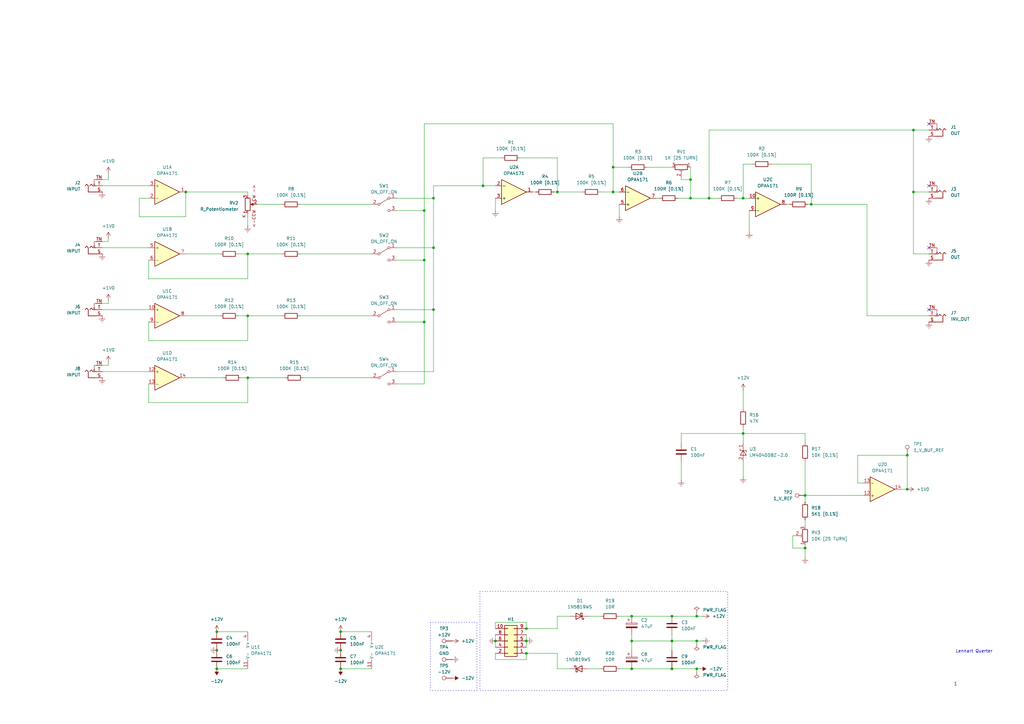
<source format=kicad_sch>
(kicad_sch (version 20250114) (generator "eeschema") (generator_version "9.0")
  (paper "A3")
  (lib_symbols
    (symbol "Amplifier_Operational:TL074" (pin_names (offset 0.127))
      (property "Reference" "U" (at 0 5.08 0))
      (property "Value" "TL074" (at 0 -5.08 0))
      (symbol "TL074_1_1"
        (pin input line (at -7.62 2.54 0) (length 2.54) (name "+") (number "3"))
        (pin input line (at -7.62 -2.54 0) (length 2.54) (name "-") (number "2"))
        (pin output line (at 7.62 0 180) (length 2.54) (name "~") (number "1"))
      )
      (symbol "TL074_2_1"
        (pin input line (at -7.62 2.54 0) (length 2.54) (name "+") (number "5"))
        (pin input line (at -7.62 -2.54 0) (length 2.54) (name "-") (number "6"))
        (pin output line (at 7.62 0 180) (length 2.54) (name "~") (number "7"))
      )
      (symbol "TL074_3_1"
        (pin input line (at -7.62 2.54 0) (length 2.54) (name "+") (number "10"))
        (pin input line (at -7.62 -2.54 0) (length 2.54) (name "-") (number "9"))
        (pin output line (at 7.62 0 180) (length 2.54) (name "~") (number "8"))
      )
      (symbol "TL074_4_1"
        (pin input line (at -7.62 2.54 0) (length 2.54) (name "+") (number "12"))
        (pin input line (at -7.62 -2.54 0) (length 2.54) (name "-") (number "13"))
        (pin output line (at 7.62 0 180) (length 2.54) (name "~") (number "14"))
      )
      (symbol "TL074_5_1"
        (pin power_in line (at -2.54 7.62 270) (length 3.81) (name "V+") (number "4"))
        (pin power_in line (at -2.54 -7.62 90) (length 3.81) (name "V-") (number "11"))
      )
    )
    (symbol "Connector:TestPoint" (pin_numbers (hide yes)) (pin_names (offset 0.762) (hide yes))
      (property "Reference" "TP" (at 0 6.858 0))
      (property "Value" "TestPoint" (at 0 5.08 0))
      (symbol "TestPoint_1_1"
        (pin passive line (at 0 0 90) (length 2.54) (name "1") (number "1"))
      )
    )
    (symbol "Device:C" (pin_numbers (hide yes)) (pin_names (offset 0.254))
      (property "Reference" "C" (at 0.635 2.54 0))
      (property "Value" "C" (at 0.635 -2.54 0))
      (symbol "C_1_1"
        (pin passive line (at 0 3.81 270) (length 2.794) (name "~") (number "1"))
        (pin passive line (at 0 -3.81 90) (length 2.794) (name "~") (number "2"))
      )
    )
    (symbol "Device:C_Polarized" (pin_numbers (hide yes)) (pin_names (offset 0.254))
      (property "Reference" "C" (at 0.635 2.54 0))
      (property "Value" "C_Polarized" (at 0.635 -2.54 0))
      (symbol "C_Polarized_1_1"
        (pin passive line (at 0 3.81 270) (length 2.794) (name "~") (number "1"))
        (pin passive line (at 0 -3.81 90) (length 2.794) (name "~") (number "2"))
      )
    )
    (symbol "Device:R" (pin_numbers (hide yes)) (pin_names (offset 0))
      (property "Reference" "R" (at 2.032 0 90))
      (property "Value" "R" (at 0 0 90))
      (symbol "R_1_1"
        (pin passive line (at 0 3.81 270) (length 1.27) (name "~") (number "1"))
        (pin passive line (at 0 -3.81 90) (length 1.27) (name "~") (number "2"))
      )
    )
    (symbol "Diode:1N5819WS" (pin_numbers (hide yes)) (pin_names (offset 1.016) (hide yes))
      (property "Reference" "D" (at 0 2.54 0))
      (property "Value" "1N5819WS" (at 0 -2.54 0))
      (symbol "1N5819WS_1_1"
        (pin passive line (at -3.81 0 0) (length 2.54) (name "K") (number "1"))
        (pin passive line (at 3.81 0 180) (length 2.54) (name "A") (number "2"))
      )
    )
    (symbol "Reference_Voltage:LM4040DBZ-2.0" (pin_names (offset 0.0254) (hide yes))
      (property "Reference" "U" (at 0 2.54 0))
      (property "Value" "LM4040DBZ-2.0" (at 0 -3.175 0))
      (symbol "LM4040DBZ-2.0_1_1"
        (pin passive line (at -3.81 0 0) (length 2.54) (name "A") (number "2"))
        (pin no_connect line (at -1.27 0 0) (length 2.54) (hide yes) (name "NC") (number "3"))
        (pin passive line (at 3.81 0 180) (length 2.54) (name "K") (number "1"))
      )
    )
    (symbol "power:+12V" (power) (pin_numbers (hide yes)) (pin_names (offset 0) (hide yes))
      (property "Value" "+12V" (at 0 3.556 0))
      (symbol "+12V_1_1"
        (pin power_in line (at 0 0 90) (length 0) (name "~") (number "1"))
      )
    )
    (symbol "power:+1V0" (power) (pin_numbers (hide yes)) (pin_names (offset 0) (hide yes))
      (property "Value" "+1V0" (at 0 3.556 0))
      (symbol "+1V0_1_1"
        (pin power_in line (at 0 0 90) (length 0) (name "~") (number "1"))
      )
    )
    (symbol "power:-12V" (power) (pin_numbers (hide yes)) (pin_names (offset 0) (hide yes))
      (property "Value" "-12V" (at 0 3.556 0))
      (symbol "-12V_0_0"
        (pin power_in line (at 0 0 90) (length 0) (name "~") (number "1"))
      )
    )
    (symbol "power:GNDREF" (power) (pin_numbers (hide yes)) (pin_names (offset 0) (hide yes))
      (property "Value" "GNDREF" (at 0 -3.81 0))
      (symbol "GNDREF_1_1"
        (pin power_in line (at 0 0 270) (length 0) (name "~") (number "1"))
      )
    )
    (symbol "power:PWR_FLAG" (power) (pin_numbers (hide yes)) (pin_names (offset 0) (hide yes))
      (property "Value" "PWR_FLAG" (at 0 3.81 0))
      (symbol "PWR_FLAG_0_0"
        (pin power_out line (at 0 0 90) (length 0) (name "~") (number "1"))
      )
    )
    (symbol "synth:AudioJack_Mono_3.5mm"
      (property "Reference" "J" (at 0 8.89 0))
      (property "Value" "AudioJack_Mono_3.5mm" (at 0 6.35 0))
      (symbol "AudioJack_Mono_3.5mm_1_1"
        (pin passive line (at 5.08 2.54 180) (length 2.54) (name "~") (number "S"))
        (pin passive line (at 5.08 0 180) (length 2.54) (name "~") (number "T"))
        (pin passive line (at 5.08 -2.54 180) (length 2.54) (name "~") (number "TN"))
      )
    )
    (symbol "synth:Conn_02x05_EuroRack_Power" (pin_names (offset 1.016) (hide yes))
      (property "Reference" "H13" (at 0 -11.43 0))
      (property "Value" "Conn_02x05_PWR_Eurorack" (at 0 -8.89 0))
      (symbol "Conn_02x05_EuroRack_Power_1_1"
        (pin passive line (at -6.35 5.08 0) (length 3.81) (name "Pin_1") (number "1"))
        (pin passive line (at -6.35 2.54 0) (length 3.81) (name "Pin_3") (number "3"))
        (pin passive line (at -6.35 0 0) (length 3.81) (name "Pin_5") (number "5"))
        (pin passive line (at -6.35 -2.54 0) (length 3.81) (name "Pin_7") (number "7"))
        (pin passive line (at -6.35 -5.08 0) (length 3.81) (name "Pin_9") (number "9"))
        (pin passive line (at 6.35 5.08 180) (length 3.81) (name "Pin_2") (number "2"))
        (pin passive line (at 6.35 2.54 180) (length 3.81) (name "Pin_4") (number "4"))
        (pin passive line (at 6.35 0 180) (length 3.81) (name "Pin_6") (number "6"))
        (pin passive line (at 6.35 -2.54 180) (length 3.81) (name "Pin_8") (number "8"))
        (pin passive line (at 6.35 -5.08 180) (length 3.81) (name "Pin_10") (number "10"))
      )
    )
    (symbol "synth:R_Potentiometer (P0915N)" (pin_names (offset 1.016) (hide yes))
      (property "Reference" "RV" (at 0 6.604 0))
      (property "Value" "R_Potentiometer" (at 0 4.318 0))
      (symbol "R_Potentiometer (P0915N)_1_1"
        (text "<-CCW" (at -5.842 -2.54 0) (effects (font (size 1.27 1.27))))
        (text "K" (at -4.826 1.524 0) (effects (font (size 1.27 1.27))))
        (text "CW ->" (at 4.572 -2.54 0) (effects (font (size 1.27 1.27))))
        (pin passive line (at -3.81 0 0) (length 1.27) (name "1") (number "1"))
        (pin passive line (at 0 -3.81 90) (length 1.27) (name "2") (number "2"))
        (pin passive line (at 3.81 0 180) (length 1.27) (name "3") (number "3"))
      )
    )
    (symbol "synth:R_Potentiometer_Trim (Bourns)" (pin_names (offset 1.016) (hide yes))
      (property "Reference" "RV" (at -4.445 0 90))
      (property "Value" "R_Potentiometer_Trim (Bourns)" (at -2.54 0 90))
      (symbol "R_Potentiometer_Trim (Bourns)_1_1"
        (pin passive line (at 0 3.81 270) (length 1.27) (name "1") (number "1"))
        (pin passive line (at 0 -3.81 90) (length 1.27) (name "3") (number "3"))
        (pin passive line (at 3.81 0 180) (length 1.27) (name "2") (number "2"))
      )
    )
    (symbol "synth:SW_SPDT" (pin_names (offset 0) (hide yes))
      (property "Reference" "SW" (at 0 5.08 0))
      (property "Value" "SW_SPDT" (at 0 -5.08 0))
      (symbol "SW_SPDT_1_1"
        (pin passive line (at -5.08 0 0) (length 2.54) (name "B") (number "2"))
        (pin passive line (at 5.08 2.54 180) (length 2.54) (name "A") (number "1"))
        (pin passive line (at 5.08 -2.54 180) (length 2.54) (name "C") (number "3"))
      )
    )
  )
  (rectangle (start 176.53 255.27) (end 195.58 283.21) (stroke (width 0.254) (type dot)))
  (rectangle (start 196.85 242.57) (end 298.45 283.21) (stroke (width 0.25) (type dot)))
  (text "Lennart Querter" (at 399.542 267.208 0) (effects (font (size 1.27 1.27))))
  (text "1" (at 391.922 280.67 0) (effects (font (size 1.27 1.27))))
  (junction (at 76.2 78.74))
  (junction (at 88.9 266.7))
  (junction (at 198.12 76.2))
  (junction (at 372.11 200.66))
  (junction (at 259.08 262.89))
  (junction (at 215.9 257.81))
  (junction (at 285.75 274.32))
  (junction (at 283.21 81.28))
  (junction (at 275.59 262.89))
  (junction (at 203.2 262.89))
  (junction (at 285.75 252.73))
  (junction (at 173.99 86.36))
  (junction (at 139.7 266.7))
  (junction (at 283.21 73.66))
  (junction (at 173.99 106.68))
  (junction (at 275.59 274.32))
  (junction (at 177.8 81.28))
  (junction (at 304.8 81.28))
  (junction (at 330.2 203.2))
  (junction (at 374.65 53.34))
  (junction (at 88.9 259.08))
  (junction (at 177.8 101.6))
  (junction (at 259.08 252.73))
  (junction (at 215.9 262.89))
  (junction (at 101.6 104.14))
  (junction (at 177.8 127))
  (junction (at 332.74 83.82))
  (junction (at 304.8 177.8))
  (junction (at 251.46 68.58))
  (junction (at 88.9 274.32))
  (junction (at 251.46 78.74))
  (junction (at 215.9 267.97))
  (junction (at 330.2 224.79))
  (junction (at 228.6 78.74))
  (junction (at 372.11 186.69))
  (junction (at 259.08 274.32))
  (junction (at 285.75 262.89))
  (junction (at 290.83 81.28))
  (junction (at 374.65 78.74))
  (junction (at 139.7 274.32))
  (junction (at 101.6 129.54))
  (junction (at 139.7 259.08))
  (junction (at 275.59 252.73))
  (junction (at 101.6 154.94))
  (junction (at 173.99 132.08))
  (no_connect (at 381 101.6))
  (no_connect (at 381 50.8))
  (no_connect (at 381 127))
  (no_connect (at 381 76.2))
  (wire (pts (xy 279.4 73.66) (xy 279.4 72.39)))
  (wire (pts (xy 228.6 78.74) (xy 227.33 78.74)))
  (wire (pts (xy 215.9 270.51) (xy 215.9 267.97)))
  (wire (pts (xy 123.19 129.54) (xy 152.4 129.54)))
  (wire (pts (xy 238.76 78.74) (xy 228.6 78.74)))
  (wire (pts (xy 44.45 123.19) (xy 44.45 124.46)))
  (wire (pts (xy 203.2 86.36) (xy 203.2 81.28)))
  (wire (pts (xy 41.91 101.6) (xy 60.96 101.6)))
  (wire (pts (xy 162.56 106.68) (xy 173.99 106.68)))
  (wire (pts (xy 307.34 81.28) (xy 304.8 81.28)))
  (wire (pts (xy 228.6 252.73) (xy 233.68 252.73)))
  (wire (pts (xy 381 53.34) (xy 374.65 53.34)))
  (wire (pts (xy 91.44 154.94) (xy 76.2 154.94)))
  (wire (pts (xy 101.6 104.14) (xy 101.6 114.3)))
  (wire (pts (xy 101.6 92.71) (xy 101.6 87.63)))
  (wire (pts (xy 332.74 67.31) (xy 316.23 67.31)))
  (wire (pts (xy 251.46 78.74) (xy 246.38 78.74)))
  (wire (pts (xy 215.9 255.27) (xy 203.2 255.27)))
  (wire (pts (xy 215.9 257.81) (xy 215.9 255.27)))
  (wire (pts (xy 177.8 101.6) (xy 177.8 81.28)))
  (wire (pts (xy 215.9 260.35) (xy 215.9 262.89)))
  (wire (pts (xy 44.45 149.86) (xy 41.91 149.86)))
  (wire (pts (xy 325.12 224.79) (xy 330.2 224.79)))
  (wire (pts (xy 330.2 203.2) (xy 354.33 203.2)))
  (wire (pts (xy 228.6 267.97) (xy 228.6 274.32)))
  (wire (pts (xy 228.6 274.32) (xy 233.68 274.32)))
  (wire (pts (xy 279.4 177.8) (xy 279.4 181.61)))
  (wire (pts (xy 283.21 81.28) (xy 290.83 81.28)))
  (wire (pts (xy 173.99 86.36) (xy 173.99 50.8)))
  (wire (pts (xy 44.45 99.06) (xy 44.45 97.79)))
  (wire (pts (xy 173.99 132.08) (xy 173.99 106.68)))
  (wire (pts (xy 203.2 76.2) (xy 198.12 76.2)))
  (wire (pts (xy 173.99 157.48) (xy 173.99 132.08)))
  (wire (pts (xy 41.91 152.4) (xy 60.96 152.4)))
  (wire (pts (xy 198.12 76.2) (xy 198.12 64.77)))
  (wire (pts (xy 44.45 124.46) (xy 41.91 124.46)))
  (wire (pts (xy 308.61 67.31) (xy 304.8 67.31)))
  (wire (pts (xy 90.17 104.14) (xy 76.2 104.14)))
  (wire (pts (xy 259.08 274.32) (xy 275.59 274.32)))
  (wire (pts (xy 275.59 274.32) (xy 285.75 274.32)))
  (wire (pts (xy 275.59 262.89) (xy 285.75 262.89)))
  (wire (pts (xy 203.2 267.97) (xy 203.2 270.51)))
  (wire (pts (xy 304.8 177.8) (xy 279.4 177.8)))
  (wire (pts (xy 254 88.9) (xy 254 83.82)))
  (wire (pts (xy 101.6 129.54) (xy 101.6 139.7)))
  (wire (pts (xy 241.3 274.32) (xy 246.38 274.32)))
  (wire (pts (xy 215.9 262.89) (xy 215.9 265.43)))
  (wire (pts (xy 304.8 177.8) (xy 304.8 181.61)))
  (wire (pts (xy 283.21 73.66) (xy 279.4 73.66)))
  (wire (pts (xy 60.96 139.7) (xy 60.96 132.08)))
  (wire (pts (xy 101.6 139.7) (xy 60.96 139.7)))
  (wire (pts (xy 283.21 81.28) (xy 283.21 73.66)))
  (wire (pts (xy 259.08 260.35) (xy 259.08 262.89)))
  (wire (pts (xy 332.74 83.82) (xy 331.47 83.82)))
  (wire (pts (xy 101.6 78.74) (xy 76.2 78.74)))
  (wire (pts (xy 351.79 186.69) (xy 372.11 186.69)))
  (wire (pts (xy 173.99 50.8) (xy 251.46 50.8)))
  (wire (pts (xy 254 78.74) (xy 251.46 78.74)))
  (wire (pts (xy 381 104.14) (xy 374.65 104.14)))
  (wire (pts (xy 304.8 81.28) (xy 302.26 81.28)))
  (wire (pts (xy 44.45 148.59) (xy 44.45 149.86)))
  (wire (pts (xy 285.75 274.32) (xy 287.02 274.32)))
  (wire (pts (xy 283.21 68.58) (xy 283.21 73.66)))
  (wire (pts (xy 285.75 264.16) (xy 285.75 262.89)))
  (wire (pts (xy 198.12 64.77) (xy 205.74 64.77)))
  (wire (pts (xy 251.46 50.8) (xy 251.46 68.58)))
  (wire (pts (xy 101.6 154.94) (xy 101.6 165.1)))
  (wire (pts (xy 162.56 81.28) (xy 177.8 81.28)))
  (wire (pts (xy 265.43 68.58) (xy 275.59 68.58)))
  (wire (pts (xy 304.8 177.8) (xy 330.2 177.8)))
  (wire (pts (xy 60.96 81.28) (xy 57.15 81.28)))
  (wire (pts (xy 219.71 78.74) (xy 218.44 78.74)))
  (wire (pts (xy 101.6 165.1) (xy 60.96 165.1)))
  (wire (pts (xy 177.8 81.28) (xy 177.8 76.2)))
  (wire (pts (xy 162.56 132.08) (xy 173.99 132.08)))
  (wire (pts (xy 259.08 252.73) (xy 275.59 252.73)))
  (wire (pts (xy 203.2 260.35) (xy 203.2 262.89)))
  (wire (pts (xy 76.2 88.9) (xy 76.2 78.74)))
  (wire (pts (xy 101.6 154.94) (xy 99.06 154.94)))
  (wire (pts (xy 173.99 106.68) (xy 173.99 86.36)))
  (wire (pts (xy 285.75 262.89) (xy 288.29 262.89)))
  (wire (pts (xy 325.12 219.71) (xy 325.12 224.79)))
  (wire (pts (xy 278.13 81.28) (xy 283.21 81.28)))
  (wire (pts (xy 355.6 129.54) (xy 381 129.54)))
  (wire (pts (xy 290.83 53.34) (xy 374.65 53.34)))
  (wire (pts (xy 330.2 189.23) (xy 330.2 203.2)))
  (wire (pts (xy 323.85 83.82) (xy 322.58 83.82)))
  (wire (pts (xy 152.4 83.82) (xy 123.19 83.82)))
  (wire (pts (xy 162.56 157.48) (xy 173.99 157.48)))
  (wire (pts (xy 177.8 76.2) (xy 198.12 76.2)))
  (wire (pts (xy 41.91 99.06) (xy 44.45 99.06)))
  (wire (pts (xy 60.96 114.3) (xy 60.96 106.68)))
  (wire (pts (xy 88.9 274.32) (xy 101.6 274.32)))
  (wire (pts (xy 279.4 196.85) (xy 279.4 189.23)))
  (wire (pts (xy 228.6 252.73) (xy 228.6 257.81)))
  (wire (pts (xy 162.56 101.6) (xy 177.8 101.6)))
  (wire (pts (xy 90.17 129.54) (xy 76.2 129.54)))
  (wire (pts (xy 123.19 104.14) (xy 152.4 104.14)))
  (wire (pts (xy 241.3 252.73) (xy 246.38 252.73)))
  (wire (pts (xy 139.7 259.08) (xy 152.4 259.08)))
  (wire (pts (xy 259.08 262.89) (xy 259.08 266.7)))
  (wire (pts (xy 215.9 267.97) (xy 228.6 267.97)))
  (wire (pts (xy 44.45 73.66) (xy 41.91 73.66)))
  (wire (pts (xy 228.6 64.77) (xy 228.6 78.74)))
  (wire (pts (xy 351.79 198.12) (xy 351.79 186.69)))
  (wire (pts (xy 374.65 78.74) (xy 381 78.74)))
  (wire (pts (xy 254 274.32) (xy 259.08 274.32)))
  (wire (pts (xy 57.15 88.9) (xy 76.2 88.9)))
  (wire (pts (xy 275.59 252.73) (xy 285.75 252.73)))
  (wire (pts (xy 325.12 219.71) (xy 326.39 219.71)))
  (wire (pts (xy 254 252.73) (xy 259.08 252.73)))
  (wire (pts (xy 372.11 186.69) (xy 372.11 200.66)))
  (wire (pts (xy 162.56 152.4) (xy 177.8 152.4)))
  (wire (pts (xy 101.6 104.14) (xy 115.57 104.14)))
  (wire (pts (xy 57.15 81.28) (xy 57.15 88.9)))
  (wire (pts (xy 285.75 275.59) (xy 285.75 274.32)))
  (wire (pts (xy 285.75 252.73) (xy 288.29 252.73)))
  (wire (pts (xy 162.56 86.36) (xy 173.99 86.36)))
  (wire (pts (xy 203.2 262.89) (xy 203.2 265.43)))
  (wire (pts (xy 203.2 270.51) (xy 215.9 270.51)))
  (wire (pts (xy 304.8 167.64) (xy 304.8 160.02)))
  (wire (pts (xy 374.65 104.14) (xy 374.65 78.74)))
  (wire (pts (xy 332.74 83.82) (xy 332.74 67.31)))
  (wire (pts (xy 330.2 177.8) (xy 330.2 181.61)))
  (wire (pts (xy 372.11 200.66) (xy 369.57 200.66)))
  (wire (pts (xy 290.83 81.28) (xy 294.64 81.28)))
  (wire (pts (xy 259.08 262.89) (xy 275.59 262.89)))
  (wire (pts (xy 41.91 127) (xy 60.96 127)))
  (wire (pts (xy 213.36 64.77) (xy 228.6 64.77)))
  (wire (pts (xy 275.59 262.89) (xy 275.59 266.7)))
  (wire (pts (xy 228.6 257.81) (xy 215.9 257.81)))
  (wire (pts (xy 101.6 129.54) (xy 97.79 129.54)))
  (wire (pts (xy 275.59 260.35) (xy 275.59 262.89)))
  (wire (pts (xy 41.91 76.2) (xy 60.96 76.2)))
  (wire (pts (xy 355.6 83.82) (xy 355.6 129.54)))
  (wire (pts (xy 332.74 83.82) (xy 355.6 83.82)))
  (wire (pts (xy 101.6 114.3) (xy 60.96 114.3)))
  (wire (pts (xy 304.8 189.23) (xy 304.8 195.58)))
  (wire (pts (xy 44.45 71.12) (xy 44.45 73.66)))
  (wire (pts (xy 374.65 53.34) (xy 374.65 78.74)))
  (wire (pts (xy 101.6 154.94) (xy 116.84 154.94)))
  (wire (pts (xy 257.81 68.58) (xy 251.46 68.58)))
  (wire (pts (xy 304.8 175.26) (xy 304.8 177.8)))
  (wire (pts (xy 101.6 129.54) (xy 115.57 129.54)))
  (wire (pts (xy 354.33 198.12) (xy 351.79 198.12)))
  (wire (pts (xy 330.2 224.79) (xy 330.2 228.6)))
  (wire (pts (xy 139.7 274.32) (xy 152.4 274.32)))
  (wire (pts (xy 330.2 203.2) (xy 330.2 205.74)))
  (wire (pts (xy 162.56 127) (xy 177.8 127)))
  (wire (pts (xy 307.34 95.25) (xy 307.34 86.36)))
  (wire (pts (xy 177.8 127) (xy 177.8 101.6)))
  (wire (pts (xy 115.57 83.82) (xy 105.41 83.82)))
  (wire (pts (xy 330.2 213.36) (xy 330.2 215.9)))
  (wire (pts (xy 290.83 81.28) (xy 290.83 53.34)))
  (wire (pts (xy 203.2 255.27) (xy 203.2 257.81)))
  (wire (pts (xy 101.6 80.01) (xy 101.6 78.74)))
  (wire (pts (xy 269.24 81.28) (xy 270.51 81.28)))
  (wire (pts (xy 177.8 152.4) (xy 177.8 127)))
  (wire (pts (xy 251.46 68.58) (xy 251.46 78.74)))
  (wire (pts (xy 60.96 165.1) (xy 60.96 157.48)))
  (wire (pts (xy 124.46 154.94) (xy 152.4 154.94)))
  (wire (pts (xy 88.9 259.08) (xy 101.6 259.08)))
  (wire (pts (xy 304.8 67.31) (xy 304.8 81.28)))
  (wire (pts (xy 101.6 104.14) (xy 97.79 104.14)))
  (wire (pts (xy 285.75 251.46) (xy 285.75 252.73)))
  (wire (pts (xy 330.2 224.79) (xy 330.2 223.52)))
  (symbol (lib_id "power:GNDREF") (at 381 106.68 0) (unit 1)
    (property "Reference" "#PWR011" (effects (hide yes)))
    (property "Value" "GNDREF" (effects (hide yes)))
    (property "Description" "Power symbol creates a global label with name \"GNDREF\" , reference supply ground" (effects (hide yes)))
  )
  (symbol (lib_id "Amplifier_Operational:TL074") (at 154.94 266.7 0) (unit 5)
    (property "Reference" "U2" (at 153.67 265.4299 0) (effects (justify left)))
    (property "Value" "OPA4171" (at 153.67 267.9699 0) (effects (justify left)))
    (property "Footprint" "Synth:SOIC-14" (effects (hide yes)))
    (property "Datasheet" "http://www.ti.com/lit/ds/symlink/tl071.pdf" (effects (hide yes)))
    (property "Description" "Quad Low-Noise JFET-Input Operational Amplifiers, DIP-14/SOIC-14" (effects (hide yes)))
  )
  (symbol (lib_id "Amplifier_Operational:TL074") (at 68.58 78.74 0) (unit 1)
    (property "Reference" "U1" (at 68.58 68.58 0))
    (property "Value" "OPA4171" (at 68.58 71.12 0))
    (property "Footprint" "Synth:SOIC-14" (effects (hide yes)))
    (property "Datasheet" "http://www.ti.com/lit/ds/symlink/tl071.pdf" (effects (hide yes)))
    (property "Description" "Quad Low-Noise JFET-Input Operational Amplifiers, DIP-14/SOIC-14" (effects (hide yes)))
  )
  (symbol (lib_id "Amplifier_Operational:TL074") (at 261.62 81.28 0) (mirror x) (unit 2)
    (property "Reference" "U2" (at 261.62 71.12 0))
    (property "Value" "OPA4171" (at 261.62 73.66 0))
    (property "Footprint" "Synth:SOIC-14" (effects (hide yes)))
    (property "Datasheet" "http://www.ti.com/lit/ds/symlink/tl071.pdf" (effects (hide yes)))
    (property "Description" "Quad Low-Noise JFET-Input Operational Amplifiers, DIP-14/SOIC-14" (effects (hide yes)))
  )
  (symbol (lib_id "Device:R") (at 261.62 68.58 90) (unit 1)
    (property "Reference" "R3" (at 261.62 62.23 90))
    (property "Value" "100K [0.1%]" (at 261.62 64.77 90))
    (property "Footprint" "Resistor_SMD:R_0805_2012Metric_Pad1.20x1.40mm_HandSolder" (effects (hide yes)))
    (property "Description" "Resistor" (effects (hide yes)))
  )
  (symbol (lib_id "power:+1V0") (at 372.11 200.66 270) (unit 1)
    (property "Reference" "#PWR020" (effects (hide yes)))
    (property "Value" "+1V0" (at 375.92 200.6599 90) (effects (justify left)))
    (property "Description" "Power symbol creates a global label with name \"+1V0\"" (effects (hide yes)))
  )
  (symbol (lib_id "power:GNDREF") (at 41.91 129.54 0) (unit 1)
    (property "Reference" "#PWR013" (effects (hide yes)))
    (property "Value" "GNDREF" (effects (hide yes)))
    (property "Description" "Power symbol creates a global label with name \"GNDREF\" , reference supply ground" (effects (hide yes)))
  )
  (symbol (lib_id "power:-12V") (at 287.02 274.32 270) (unit 1)
    (property "Reference" "#PWR034" (effects (hide yes)))
    (property "Value" "-12V" (at 290.83 274.3199 90) (effects (justify left)))
    (property "Description" "Power symbol creates a global label with name \"-12V\"" (effects (hide yes)))
  )
  (symbol (lib_id "Device:C") (at 88.9 270.51 0) (unit 1)
    (property "Reference" "C6" (at 92.71 269.2399 0) (effects (justify left)))
    (property "Value" "100nF" (at 92.71 271.7799 0) (effects (justify left)))
    (property "Footprint" "Capacitor_SMD:C_0805_2012Metric_Pad1.18x1.45mm_HandSolder" (effects (hide yes)))
    (property "Description" "Unpolarized capacitor" (effects (hide yes)))
  )
  (symbol (lib_id "synth:SW_SPDT") (at 157.48 154.94 0) (unit 1)
    (property "Reference" "SW4" (at 157.48 147.32 0))
    (property "Value" "ON_OFF_ON" (at 157.48 149.86 0))
    (property "Footprint" "Synth:SW_default" (effects (hide yes)))
    (property "Description" "Switch, single pole double throw" (effects (hide yes)))
  )
  (symbol (lib_id "Device:R") (at 330.2 209.55 0) (unit 1)
    (property "Reference" "R18" (at 332.74 208.2799 0) (effects (justify left)))
    (property "Value" "5K1 [0.1%]" (at 332.74 210.8199 0) (effects (justify left)))
    (property "Footprint" "Resistor_SMD:R_0805_2012Metric_Pad1.20x1.40mm_HandSolder" (effects (hide yes)))
    (property "Description" "Resistor" (effects (hide yes)))
  )
  (symbol (lib_id "Device:C") (at 275.59 270.51 0) (unit 1)
    (property "Reference" "C9" (at 279.4 269.2399 0) (effects (justify left)))
    (property "Value" "100nF" (at 279.4 271.7799 0) (effects (justify left)))
    (property "Footprint" "Capacitor_SMD:C_0805_2012Metric_Pad1.18x1.45mm_HandSolder" (effects (hide yes)))
    (property "Description" "Unpolarized capacitor" (effects (hide yes)))
  )
  (symbol (lib_id "power:GNDREF") (at 139.7 266.7 270) (unit 1)
    (property "Reference" "#PWR030" (effects (hide yes)))
    (property "Value" "GNDREF" (effects (hide yes)))
    (property "Description" "Power symbol creates a global label with name \"GNDREF\" , reference supply ground" (effects (hide yes)))
  )
  (symbol (lib_id "Device:C") (at 139.7 262.89 0) (unit 1)
    (property "Reference" "C5" (at 143.51 261.6199 0) (effects (justify left)))
    (property "Value" "100nF" (at 143.51 264.1599 0) (effects (justify left)))
    (property "Footprint" "Capacitor_SMD:C_0805_2012Metric_Pad1.18x1.45mm_HandSolder" (effects (hide yes)))
    (property "Description" "Unpolarized capacitor" (effects (hide yes)))
  )
  (symbol (lib_id "Device:R") (at 119.38 104.14 90) (unit 1)
    (property "Reference" "R11" (at 119.38 97.79 90))
    (property "Value" "100K [0.1%]" (at 119.38 100.33 90))
    (property "Footprint" "Resistor_SMD:R_0805_2012Metric_Pad1.20x1.40mm_HandSolder" (effects (hide yes)))
    (property "Description" "Resistor" (effects (hide yes)))
  )
  (symbol (lib_id "Device:R") (at 209.55 64.77 90) (unit 1)
    (property "Reference" "R1" (at 209.55 58.42 90))
    (property "Value" "100K [0.1%]" (at 209.55 60.96 90))
    (property "Footprint" "Resistor_SMD:R_0805_2012Metric_Pad1.20x1.40mm_HandSolder" (effects (hide yes)))
    (property "Description" "Resistor" (effects (hide yes)))
  )
  (symbol (lib_id "Amplifier_Operational:TL074") (at 210.82 78.74 0) (mirror x) (unit 1)
    (property "Reference" "U2" (at 210.82 68.58 0))
    (property "Value" "OPA4171" (at 210.82 71.12 0))
    (property "Footprint" "Synth:SOIC-14" (effects (hide yes)))
    (property "Datasheet" "http://www.ti.com/lit/ds/symlink/tl071.pdf" (effects (hide yes)))
    (property "Description" "Quad Low-Noise JFET-Input Operational Amplifiers, DIP-14/SOIC-14" (effects (hide yes)))
  )
  (symbol (lib_id "power:+12V") (at 88.9 259.08 0) (unit 1)
    (property "Reference" "#PWR023" (effects (hide yes)))
    (property "Value" "+12V" (at 88.9 254 0))
    (property "Description" "Power symbol creates a global label with name \"+12V\"" (effects (hide yes)))
  )
  (symbol (lib_id "synth:SW_SPDT") (at 157.48 83.82 0) (unit 1)
    (property "Reference" "SW1" (at 157.48 76.2 0))
    (property "Value" "ON_OFF_ON" (at 157.48 78.74 0))
    (property "Footprint" "Synth:SW_default" (effects (hide yes)))
    (property "Description" "Switch, single pole double throw" (effects (hide yes)))
  )
  (symbol (lib_id "power:GNDREF") (at 254 88.9 0) (unit 1)
    (property "Reference" "#PWR06" (effects (hide yes)))
    (property "Value" "GNDREF" (effects (hide yes)))
    (property "Description" "Power symbol creates a global label with name \"GNDREF\" , reference supply ground" (effects (hide yes)))
  )
  (symbol (lib_id "Device:R") (at 250.19 274.32 90) (unit 1)
    (property "Reference" "R20" (at 250.19 267.97 90))
    (property "Value" "10R" (at 250.19 270.51 90))
    (property "Footprint" "Resistor_SMD:R_0805_2012Metric_Pad1.20x1.40mm_HandSolder" (effects (hide yes)))
    (property "Description" "Resistor" (effects (hide yes)))
  )
  (symbol (lib_id "power:PWR_FLAG") (at 285.75 251.46 0) (unit 1) (exclude_from_sim yes) (in_bom no)
    (property "Reference" "#FLG01" (effects (hide yes)))
    (property "Value" "PWR_FLAG" (at 288.29 250.1899 0) (effects (justify left)))
    (property "Description" "Special symbol for telling ERC where power comes from" (effects (hide yes)))
  )
  (symbol (lib_id "Amplifier_Operational:TL074") (at 104.14 266.7 0) (unit 5)
    (property "Reference" "U1" (at 102.87 265.4299 0) (effects (justify left)))
    (property "Value" "OPA4171" (at 102.87 267.9699 0) (effects (justify left)))
    (property "Footprint" "Synth:SOIC-14" (effects (hide yes)))
    (property "Datasheet" "http://www.ti.com/lit/ds/symlink/tl071.pdf" (effects (hide yes)))
    (property "Description" "Quad Low-Noise JFET-Input Operational Amplifiers, DIP-14/SOIC-14" (effects (hide yes)))
  )
  (symbol (lib_id "synth:SW_SPDT") (at 157.48 104.14 0) (unit 1)
    (property "Reference" "SW2" (at 157.48 96.52 0))
    (property "Value" "ON_OFF_ON" (at 157.48 99.06 0))
    (property "Footprint" "Synth:SW_default" (effects (hide yes)))
    (property "Description" "Switch, single pole double throw" (effects (hide yes)))
  )
  (symbol (lib_id "power:GNDREF") (at 279.4 196.85 0) (unit 1)
    (property "Reference" "#PWR019" (effects (hide yes)))
    (property "Value" "GNDREF" (effects (hide yes)))
    (property "Description" "Power symbol creates a global label with name \"GNDREF\" , reference supply ground" (effects (hide yes)))
  )
  (symbol (lib_id "Connector:TestPoint") (at 185.42 262.89 90) (unit 1) (in_bom no)
    (property "Reference" "TP3" (at 182.118 257.81 90))
    (property "Value" "+12V" (at 182.118 260.35 90))
    (property "Footprint" "Connector_Pin:Pin_D1.0mm_L10.0mm" (effects (hide yes)))
    (property "Description" "test point" (effects (hide yes)))
  )
  (symbol (lib_id "power:PWR_FLAG") (at 285.75 264.16 180) (unit 1) (exclude_from_sim yes) (in_bom no)
    (property "Reference" "#FLG02" (effects (hide yes)))
    (property "Value" "PWR_FLAG" (at 288.29 265.4299 0) (effects (justify right)))
    (property "Description" "Special symbol for telling ERC where power comes from" (effects (hide yes)))
  )
  (symbol (lib_id "Device:C_Polarized") (at 259.08 270.51 0) (unit 1)
    (property "Reference" "C8" (at 262.89 268.3509 0) (effects (justify left)))
    (property "Value" "47uF" (at 262.89 270.8909 0) (effects (justify left)))
    (property "Footprint" "Capacitor_THT:CP_Radial_D6.3mm_P2.50mm" (effects (hide yes)))
    (property "Description" "Polarized capacitor" (effects (hide yes)))
  )
  (symbol (lib_id "Device:R") (at 223.52 78.74 90) (unit 1)
    (property "Reference" "R4" (at 223.52 72.39 90))
    (property "Value" "100R [0.1%]" (at 223.52 74.93 90))
    (property "Footprint" "Resistor_SMD:R_0805_2012Metric_Pad1.20x1.40mm_HandSolder" (effects (hide yes)))
    (property "Description" "Resistor" (effects (hide yes)))
  )
  (symbol (lib_id "power:GNDREF") (at 288.29 262.89 90) (unit 1)
    (property "Reference" "#PWR028" (effects (hide yes)))
    (property "Value" "GNDREF" (effects (hide yes)))
    (property "Description" "Power symbol creates a global label with name \"GNDREF\" , reference supply ground" (effects (hide yes)))
  )
  (symbol (lib_id "Amplifier_Operational:TL074") (at 68.58 104.14 0) (unit 2)
    (property "Reference" "U1" (at 68.58 93.98 0))
    (property "Value" "OPA4171" (at 68.58 96.52 0))
    (property "Footprint" "Synth:SOIC-14" (effects (hide yes)))
    (property "Datasheet" "http://www.ti.com/lit/ds/symlink/tl071.pdf" (effects (hide yes)))
    (property "Description" "Quad Low-Noise JFET-Input Operational Amplifiers, DIP-14/SOIC-14" (effects (hide yes)))
  )
  (symbol (lib_id "power:GNDREF") (at 41.91 104.14 0) (unit 1)
    (property "Reference" "#PWR010" (effects (hide yes)))
    (property "Value" "GNDREF" (effects (hide yes)))
    (property "Description" "Power symbol creates a global label with name \"GNDREF\" , reference supply ground" (effects (hide yes)))
  )
  (symbol (lib_id "Connector:TestPoint") (at 330.2 203.2 90) (unit 1) (in_bom no)
    (property "Reference" "TP2" (at 325.12 201.9299 90) (effects (justify left)))
    (property "Value" "1_V_REF" (at 325.12 204.4699 90) (effects (justify left)))
    (property "Footprint" "TestPoint:TestPoint_THTPad_D1.5mm_Drill0.7mm" (effects (hide yes)))
    (property "Description" "test point" (effects (hide yes)))
  )
  (symbol (lib_id "Device:R") (at 327.66 83.82 90) (unit 1)
    (property "Reference" "R9" (at 327.66 77.47 90))
    (property "Value" "100R [0.1%]" (at 327.66 80.01 90))
    (property "Footprint" "Resistor_SMD:R_0805_2012Metric_Pad1.20x1.40mm_HandSolder" (effects (hide yes)))
    (property "Description" "Resistor" (effects (hide yes)))
  )
  (symbol (lib_id "Device:R") (at 93.98 104.14 90) (unit 1)
    (property "Reference" "R10" (at 93.98 97.79 90))
    (property "Value" "100R [0.1%]" (at 93.98 100.33 90))
    (property "Footprint" "Resistor_SMD:R_0805_2012Metric_Pad1.20x1.40mm_HandSolder" (effects (hide yes)))
    (property "Description" "Resistor" (effects (hide yes)))
  )
  (symbol (lib_id "Amplifier_Operational:TL074") (at 314.96 83.82 0) (unit 3)
    (property "Reference" "U2" (at 314.96 73.66 0))
    (property "Value" "OPA4171" (at 314.96 76.2 0))
    (property "Footprint" "Synth:SOIC-14" (effects (hide yes)))
    (property "Datasheet" "http://www.ti.com/lit/ds/symlink/tl071.pdf" (effects (hide yes)))
    (property "Description" "Quad Low-Noise JFET-Input Operational Amplifiers, DIP-14/SOIC-14" (effects (hide yes)))
  )
  (symbol (lib_id "power:GNDREF") (at 41.91 154.94 0) (unit 1)
    (property "Reference" "#PWR016" (effects (hide yes)))
    (property "Value" "GNDREF" (effects (hide yes)))
    (property "Description" "Power symbol creates a global label with name \"GNDREF\" , reference supply ground" (effects (hide yes)))
  )
  (symbol (lib_id "synth:Conn_02x05_EuroRack_Power") (at 209.55 262.89 180) (unit 1)
    (property "Reference" "H1" (at 209.55 254 0))
    (property "Value" "Conn_02x05_PWR_Eurorack" (effects (hide yes)))
    (property "Footprint" "Synth:IDC-Header_2x05_P2.54mm_Vertical" (effects (hide yes)))
  )
  (symbol (lib_id "synth:AudioJack_Mono_3.5mm") (at 36.83 76.2 0) (mirror x) (unit 1)
    (property "Reference" "J2" (at 33.02 74.9934 0) (effects (justify right)))
    (property "Value" "INPUT" (at 33.02 77.5334 0) (effects (justify right)))
    (property "Footprint" "Synth:Jack_3.5mm_QingPu_WQP-PJ398SM_Vertical_CircularHoles" (effects (hide yes)))
    (property "Description" "Audio Jack, 2 Poles (Mono / TS), Switched T Pole (Normalling)" (effects (hide yes)))
  )
  (symbol (lib_id "Device:R") (at 312.42 67.31 90) (unit 1)
    (property "Reference" "R2" (at 312.42 60.96 90))
    (property "Value" "100K [0.1%]" (at 312.42 63.5 90))
    (property "Footprint" "Resistor_SMD:R_0805_2012Metric_Pad1.20x1.40mm_HandSolder" (effects (hide yes)))
    (property "Description" "Resistor" (effects (hide yes)))
  )
  (symbol (lib_id "Device:R") (at 120.65 154.94 90) (unit 1)
    (property "Reference" "R15" (at 120.65 148.59 90))
    (property "Value" "100K [0.1%]" (at 120.65 151.13 90))
    (property "Footprint" "Resistor_SMD:R_0805_2012Metric_Pad1.20x1.40mm_HandSolder" (effects (hide yes)))
    (property "Description" "Resistor" (effects (hide yes)))
  )
  (symbol (lib_id "Device:C") (at 88.9 262.89 0) (unit 1)
    (property "Reference" "C4" (at 92.71 261.6199 0) (effects (justify left)))
    (property "Value" "100nF" (at 92.71 264.1599 0) (effects (justify left)))
    (property "Footprint" "Capacitor_SMD:C_0805_2012Metric_Pad1.18x1.45mm_HandSolder" (effects (hide yes)))
    (property "Description" "Unpolarized capacitor" (effects (hide yes)))
  )
  (symbol (lib_id "Device:C_Polarized") (at 259.08 256.54 0) (unit 1)
    (property "Reference" "C2" (at 262.89 254.3809 0) (effects (justify left)))
    (property "Value" "47uF" (at 262.89 256.9209 0) (effects (justify left)))
    (property "Footprint" "Capacitor_THT:CP_Radial_D6.3mm_P2.50mm" (effects (hide yes)))
    (property "Description" "Polarized capacitor" (effects (hide yes)))
  )
  (symbol (lib_id "power:GNDREF") (at 88.9 266.7 270) (unit 1)
    (property "Reference" "#PWR029" (effects (hide yes)))
    (property "Value" "GNDREF" (effects (hide yes)))
    (property "Description" "Power symbol creates a global label with name \"GNDREF\" , reference supply ground" (effects (hide yes)))
  )
  (symbol (lib_id "power:GNDREF") (at 215.9 262.89 90) (unit 1)
    (property "Reference" "#PWR027" (effects (hide yes)))
    (property "Value" "GNDREF" (effects (hide yes)))
    (property "Description" "Power symbol creates a global label with name \"GNDREF\" , reference supply ground" (effects (hide yes)))
  )
  (symbol (lib_id "power:GNDREF") (at 307.34 95.25 0) (unit 1)
    (property "Reference" "#PWR08" (effects (hide yes)))
    (property "Value" "GNDREF" (effects (hide yes)))
    (property "Description" "Power symbol creates a global label with name \"GNDREF\" , reference supply ground" (effects (hide yes)))
  )
  (symbol (lib_id "Device:R") (at 304.8 171.45 180) (unit 1)
    (property "Reference" "R16" (at 307.34 170.1799 0) (effects (justify right)))
    (property "Value" "47K" (at 307.34 172.7199 0) (effects (justify right)))
    (property "Footprint" "Resistor_SMD:R_0805_2012Metric_Pad1.20x1.40mm_HandSolder" (effects (hide yes)))
    (property "Description" "Resistor" (effects (hide yes)))
  )
  (symbol (lib_id "Device:R") (at 119.38 83.82 90) (unit 1)
    (property "Reference" "R8" (at 119.38 77.47 90))
    (property "Value" "100K [0.1%]" (at 119.38 80.01 90))
    (property "Footprint" "Resistor_SMD:R_0805_2012Metric_Pad1.20x1.40mm_HandSolder" (effects (hide yes)))
    (property "Description" "Resistor" (effects (hide yes)))
  )
  (symbol (lib_id "power:GNDREF") (at 185.42 270.51 90) (unit 1)
    (property "Reference" "#PWR031" (effects (hide yes)))
    (property "Value" "GNDREF" (effects (hide yes)))
    (property "Description" "Power symbol creates a global label with name \"GNDREF\" , reference supply ground" (effects (hide yes)))
  )
  (symbol (lib_id "power:GNDREF") (at 381 132.08 0) (unit 1)
    (property "Reference" "#PWR014" (effects (hide yes)))
    (property "Value" "GNDREF" (effects (hide yes)))
    (property "Description" "Power symbol creates a global label with name \"GNDREF\" , reference supply ground" (effects (hide yes)))
  )
  (symbol (lib_id "synth:SW_SPDT") (at 157.48 129.54 0) (unit 1)
    (property "Reference" "SW3" (at 157.48 121.92 0))
    (property "Value" "ON_OFF_ON" (at 157.48 124.46 0))
    (property "Footprint" "Synth:SW_default" (effects (hide yes)))
    (property "Description" "Switch, single pole double throw" (effects (hide yes)))
  )
  (symbol (lib_id "Amplifier_Operational:TL074") (at 68.58 154.94 0) (unit 4)
    (property "Reference" "U1" (at 68.58 144.78 0))
    (property "Value" "OPA4171" (at 68.58 147.32 0))
    (property "Footprint" "Synth:SOIC-14" (effects (hide yes)))
    (property "Datasheet" "http://www.ti.com/lit/ds/symlink/tl071.pdf" (effects (hide yes)))
    (property "Description" "Quad Low-Noise JFET-Input Operational Amplifiers, DIP-14/SOIC-14" (effects (hide yes)))
  )
  (symbol (lib_id "Device:R") (at 93.98 129.54 90) (unit 1)
    (property "Reference" "R12" (at 93.98 123.19 90))
    (property "Value" "100R [0.1%]" (at 93.98 125.73 90))
    (property "Footprint" "Resistor_SMD:R_0805_2012Metric_Pad1.20x1.40mm_HandSolder" (effects (hide yes)))
    (property "Description" "Resistor" (effects (hide yes)))
  )
  (symbol (lib_id "power:GNDREF") (at 203.2 262.89 270) (unit 1)
    (property "Reference" "#PWR026" (effects (hide yes)))
    (property "Value" "GNDREF" (effects (hide yes)))
    (property "Description" "Power symbol creates a global label with name \"GNDREF\" , reference supply ground" (effects (hide yes)))
  )
  (symbol (lib_id "Amplifier_Operational:TL074") (at 68.58 129.54 0) (unit 3)
    (property "Reference" "U1" (at 68.58 119.38 0))
    (property "Value" "OPA4171" (at 68.58 121.92 0))
    (property "Footprint" "Synth:SOIC-14" (effects (hide yes)))
    (property "Datasheet" "http://www.ti.com/lit/ds/symlink/tl071.pdf" (effects (hide yes)))
    (property "Description" "Quad Low-Noise JFET-Input Operational Amplifiers, DIP-14/SOIC-14" (effects (hide yes)))
  )
  (symbol (lib_id "Connector:TestPoint") (at 185.42 278.13 90) (unit 1) (in_bom no)
    (property "Reference" "TP5" (at 182.118 273.05 90))
    (property "Value" "-12V" (at 182.118 275.59 90))
    (property "Footprint" "Connector_Pin:Pin_D1.0mm_L10.0mm" (effects (hide yes)))
    (property "Description" "test point" (effects (hide yes)))
  )
  (symbol (lib_id "power:-12V") (at 185.42 278.13 270) (unit 1)
    (property "Reference" "#PWR035" (effects (hide yes)))
    (property "Value" "-12V" (at 189.23 278.1299 90) (effects (justify left)))
    (property "Description" "Power symbol creates a global label with name \"-12V\"" (effects (hide yes)))
  )
  (symbol (lib_id "synth:AudioJack_Mono_3.5mm") (at 36.83 127 0) (mirror x) (unit 1)
    (property "Reference" "J6" (at 33.02 125.7934 0) (effects (justify right)))
    (property "Value" "INPUT" (at 33.02 128.3334 0) (effects (justify right)))
    (property "Footprint" "Synth:Jack_3.5mm_QingPu_WQP-PJ398SM_Vertical_CircularHoles" (effects (hide yes)))
    (property "Description" "Audio Jack, 2 Poles (Mono / TS), Switched T Pole (Normalling)" (effects (hide yes)))
  )
  (symbol (lib_id "synth:AudioJack_Mono_3.5mm") (at 386.08 53.34 180) (unit 1)
    (property "Reference" "J1" (at 389.89 52.1334 0) (effects (justify right)))
    (property "Value" "OUT" (at 389.89 54.6734 0) (effects (justify right)))
    (property "Footprint" "Synth:Jack_3.5mm_QingPu_WQP-PJ398SM_Vertical_CircularHoles" (effects (hide yes)))
    (property "Description" "Audio Jack, 2 Poles (Mono / TS), Switched T Pole (Normalling)" (effects (hide yes)))
  )
  (symbol (lib_id "power:+1V0") (at 44.45 148.59 0) (unit 1)
    (property "Reference" "#PWR015" (effects (hide yes)))
    (property "Value" "+1V0" (at 44.45 143.51 0))
    (property "Description" "Power symbol creates a global label with name \"+1V0\"" (effects (hide yes)))
  )
  (symbol (lib_id "power:GNDREF") (at 304.8 195.58 0) (unit 1)
    (property "Reference" "#PWR018" (effects (hide yes)))
    (property "Value" "GNDREF" (effects (hide yes)))
    (property "Description" "Power symbol creates a global label with name \"GNDREF\" , reference supply ground" (effects (hide yes)))
  )
  (symbol (lib_id "Reference_Voltage:LM4040DBZ-2.0") (at 304.8 185.42 90) (unit 1)
    (property "Reference" "U3" (at 307.34 184.1499 90) (effects (justify right)))
    (property "Value" "LM4040DBZ-2.0" (at 307.34 186.6899 90) (effects (justify right)))
    (property "Footprint" "Package_TO_SOT_SMD:SOT-23" (effects (hide yes)))
    (property "Datasheet" "http://www.ti.com/lit/ds/symlink/lm4040-n.pdf" (effects (hide yes)))
    (property "Description" "2.048V Precision Micropower Shunt Voltage Reference, SOT-23" (effects (hide yes)))
  )
  (symbol (lib_id "Device:R") (at 95.25 154.94 90) (unit 1)
    (property "Reference" "R14" (at 95.25 148.59 90))
    (property "Value" "100R [0.1%]" (at 95.25 151.13 90))
    (property "Footprint" "Resistor_SMD:R_0805_2012Metric_Pad1.20x1.40mm_HandSolder" (effects (hide yes)))
    (property "Description" "Resistor" (effects (hide yes)))
  )
  (symbol (lib_id "Device:C") (at 279.4 185.42 0) (unit 1)
    (property "Reference" "C1" (at 283.21 184.1499 0) (effects (justify left)))
    (property "Value" "100nF" (at 283.21 186.6899 0) (effects (justify left)))
    (property "Footprint" "Capacitor_SMD:C_0805_2012Metric_Pad1.18x1.45mm_HandSolder" (effects (hide yes)))
    (property "Description" "Unpolarized capacitor" (effects (hide yes)))
  )
  (symbol (lib_id "Device:R") (at 330.2 185.42 0) (unit 1)
    (property "Reference" "R17" (at 332.74 184.1499 0) (effects (justify left)))
    (property "Value" "10K [0.1%]" (at 332.74 186.6899 0) (effects (justify left)))
    (property "Footprint" "Resistor_SMD:R_0805_2012Metric_Pad1.20x1.40mm_HandSolder" (effects (hide yes)))
    (property "Description" "Resistor" (effects (hide yes)))
  )
  (symbol (lib_id "synth:AudioJack_Mono_3.5mm") (at 386.08 78.74 180) (unit 1)
    (property "Reference" "J3" (at 389.89 77.5334 0) (effects (justify right)))
    (property "Value" "OUT" (at 389.89 80.0734 0) (effects (justify right)))
    (property "Footprint" "Synth:Jack_3.5mm_QingPu_WQP-PJ398SM_Vertical_CircularHoles" (effects (hide yes)))
    (property "Description" "Audio Jack, 2 Poles (Mono / TS), Switched T Pole (Normalling)" (effects (hide yes)))
  )
  (symbol (lib_id "power:+12V") (at 185.42 262.89 270) (unit 1)
    (property "Reference" "#PWR025" (effects (hide yes)))
    (property "Value" "+12V" (at 189.23 262.8899 90) (effects (justify left)))
    (property "Description" "Power symbol creates a global label with name \"+12V\"" (effects (hide yes)))
  )
  (symbol (lib_id "power:GNDREF") (at 381 81.28 0) (unit 1)
    (property "Reference" "#PWR04" (effects (hide yes)))
    (property "Value" "GNDREF" (effects (hide yes)))
    (property "Description" "Power symbol creates a global label with name \"GNDREF\" , reference supply ground" (effects (hide yes)))
  )
  (symbol (lib_id "power:+12V") (at 139.7 259.08 0) (unit 1)
    (property "Reference" "#PWR024" (effects (hide yes)))
    (property "Value" "+12V" (at 139.7 254 0))
    (property "Description" "Power symbol creates a global label with name \"+12V\"" (effects (hide yes)))
  )
  (symbol (lib_id "power:GNDREF") (at 330.2 228.6 0) (unit 1)
    (property "Reference" "#PWR021" (effects (hide yes)))
    (property "Value" "GNDREF" (effects (hide yes)))
    (property "Description" "Power symbol creates a global label with name \"GNDREF\" , reference supply ground" (effects (hide yes)))
  )
  (symbol (lib_id "power:-12V") (at 139.7 274.32 180) (unit 1)
    (property "Reference" "#PWR033" (effects (hide yes)))
    (property "Value" "-12V" (at 139.7 279.4 0))
    (property "Description" "Power symbol creates a global label with name \"-12V\"" (effects (hide yes)))
  )
  (symbol (lib_id "Amplifier_Operational:TL074") (at 361.95 200.66 0) (mirror x) (unit 4)
    (property "Reference" "U2" (at 361.95 190.5 0))
    (property "Value" "OPA4171" (at 361.95 193.04 0))
    (property "Footprint" "Synth:SOIC-14" (effects (hide yes)))
    (property "Datasheet" "http://www.ti.com/lit/ds/symlink/tl071.pdf" (effects (hide yes)))
    (property "Description" "Quad Low-Noise JFET-Input Operational Amplifiers, DIP-14/SOIC-14" (effects (hide yes)))
  )
  (symbol (lib_id "power:+12V") (at 288.29 252.73 270) (unit 1)
    (property "Reference" "#PWR022" (effects (hide yes)))
    (property "Value" "+12V" (at 292.1 252.7299 90) (effects (justify left)))
    (property "Description" "Power symbol creates a global label with name \"+12V\"" (effects (hide yes)))
  )
  (symbol (lib_id "synth:AudioJack_Mono_3.5mm") (at 36.83 152.4 0) (mirror x) (unit 1)
    (property "Reference" "J8" (at 33.02 151.1934 0) (effects (justify right)))
    (property "Value" "INPUT" (at 33.02 153.7334 0) (effects (justify right)))
    (property "Footprint" "Synth:Jack_3.5mm_QingPu_WQP-PJ398SM_Vertical_CircularHoles" (effects (hide yes)))
    (property "Description" "Audio Jack, 2 Poles (Mono / TS), Switched T Pole (Normalling)" (effects (hide yes)))
  )
  (symbol (lib_id "power:GNDREF") (at 101.6 92.71 0) (unit 1)
    (property "Reference" "#PWR07" (effects (hide yes)))
    (property "Value" "GNDREF" (effects (hide yes)))
    (property "Description" "Power symbol creates a global label with name \"GNDREF\" , reference supply ground" (effects (hide yes)))
  )
  (symbol (lib_id "Device:C") (at 275.59 256.54 0) (unit 1)
    (property "Reference" "C3" (at 279.4 255.2699 0) (effects (justify left)))
    (property "Value" "100nF" (at 279.4 257.8099 0) (effects (justify left)))
    (property "Footprint" "Capacitor_SMD:C_0805_2012Metric_Pad1.18x1.45mm_HandSolder" (effects (hide yes)))
    (property "Description" "Unpolarized capacitor" (effects (hide yes)))
  )
  (symbol (lib_id "power:+1V0") (at 44.45 123.19 0) (unit 1)
    (property "Reference" "#PWR012" (effects (hide yes)))
    (property "Value" "+1V0" (at 44.45 118.11 0))
    (property "Description" "Power symbol creates a global label with name \"+1V0\"" (effects (hide yes)))
  )
  (symbol (lib_id "synth:R_Potentiometer_Trim (Bourns)") (at 330.2 219.71 180) (unit 1)
    (property "Reference" "RV3" (at 332.74 218.4399 0) (effects (justify right)))
    (property "Value" "10K [25 TURN]" (at 332.74 220.9799 0) (effects (justify right)))
    (property "Footprint" "Synth:Potentiometer_Bourns_3296W_Vertical" (effects (hide yes)))
    (property "Description" "Trim-potentiometer" (effects (hide yes)))
  )
  (symbol (lib_id "synth:AudioJack_Mono_3.5mm") (at 386.08 104.14 180) (unit 1)
    (property "Reference" "J5" (at 389.89 102.9334 0) (effects (justify right)))
    (property "Value" "OUT" (at 389.89 105.4734 0) (effects (justify right)))
    (property "Footprint" "Synth:Jack_3.5mm_QingPu_WQP-PJ398SM_Vertical_CircularHoles" (effects (hide yes)))
    (property "Description" "Audio Jack, 2 Poles (Mono / TS), Switched T Pole (Normalling)" (effects (hide yes)))
  )
  (symbol (lib_id "synth:AudioJack_Mono_3.5mm") (at 386.08 129.54 180) (unit 1)
    (property "Reference" "J7" (at 389.89 128.3334 0) (effects (justify right)))
    (property "Value" "INV_OUT" (at 389.89 130.8734 0) (effects (justify right)))
    (property "Footprint" "Synth:Jack_3.5mm_QingPu_WQP-PJ398SM_Vertical_CircularHoles" (effects (hide yes)))
    (property "Description" "Audio Jack, 2 Poles (Mono / TS), Switched T Pole (Normalling)" (effects (hide yes)))
  )
  (symbol (lib_id "Connector:TestPoint") (at 372.11 186.69 0) (unit 1) (in_bom no)
    (property "Reference" "TP1" (at 374.65 182.1179 0) (effects (justify left)))
    (property "Value" "1_V_BUF_REF" (at 374.65 184.6579 0) (effects (justify left)))
    (property "Footprint" "TestPoint:TestPoint_THTPad_D1.5mm_Drill0.7mm" (effects (hide yes)))
    (property "Description" "test point" (effects (hide yes)))
  )
  (symbol (lib_id "Device:R") (at 250.19 252.73 90) (unit 1)
    (property "Reference" "R19" (at 250.19 246.38 90))
    (property "Value" "10R" (at 250.19 248.92 90))
    (property "Footprint" "Resistor_SMD:R_0805_2012Metric_Pad1.20x1.40mm_HandSolder" (effects (hide yes)))
    (property "Description" "Resistor" (effects (hide yes)))
  )
  (symbol (lib_id "power:GNDREF") (at 41.91 78.74 0) (unit 1)
    (property "Reference" "#PWR03" (effects (hide yes)))
    (property "Value" "GNDREF" (effects (hide yes)))
    (property "Description" "Power symbol creates a global label with name \"GNDREF\" , reference supply ground" (effects (hide yes)))
  )
  (symbol (lib_id "Connector:TestPoint") (at 185.42 270.51 90) (unit 1) (in_bom no)
    (property "Reference" "TP4" (at 182.118 265.43 90))
    (property "Value" "GND" (at 182.118 267.97 90))
    (property "Footprint" "Connector_Pin:Pin_D1.0mm_L10.0mm" (effects (hide yes)))
    (property "Description" "test point" (effects (hide yes)))
  )
  (symbol (lib_id "synth:AudioJack_Mono_3.5mm") (at 36.83 101.6 0) (mirror x) (unit 1)
    (property "Reference" "J4" (at 33.02 100.3934 0) (effects (justify right)))
    (property "Value" "INPUT" (at 33.02 102.9334 0) (effects (justify right)))
    (property "Footprint" "Synth:Jack_3.5mm_QingPu_WQP-PJ398SM_Vertical_CircularHoles" (effects (hide yes)))
    (property "Description" "Audio Jack, 2 Poles (Mono / TS), Switched T Pole (Normalling)" (effects (hide yes)))
  )
  (symbol (lib_id "Diode:1N5819WS") (at 237.49 274.32 0) (unit 1)
    (property "Reference" "D2" (at 237.1725 267.97 0))
    (property "Value" "1N5819WS" (at 237.1725 270.51 0))
    (property "Footprint" "Diode_SMD:D_SOD-323_HandSoldering" (effects (hide yes)))
    (property "Datasheet" "https://datasheet.lcsc.com/lcsc/2204281430_Guangdong-Hottech-1N5819WS_C191023.pdf" (effects (hide yes)))
    (property "Description" "40V 600mV@1A 1A SOD-323 Schottky Barrier Diodes, SOD-323" (effects (hide yes)))
  )
  (symbol (lib_id "power:GNDREF") (at 203.2 86.36 0) (unit 1)
    (property "Reference" "#PWR05" (effects (hide yes)))
    (property "Value" "GNDREF" (effects (hide yes)))
    (property "Description" "Power symbol creates a global label with name \"GNDREF\" , reference supply ground" (effects (hide yes)))
  )
  (symbol (lib_id "Device:R") (at 242.57 78.74 90) (unit 1)
    (property "Reference" "R5" (at 242.57 72.39 90))
    (property "Value" "100K [0.1%]" (at 242.57 74.93 90))
    (property "Footprint" "Resistor_SMD:R_0805_2012Metric_Pad1.20x1.40mm_HandSolder" (effects (hide yes)))
    (property "Description" "Resistor" (effects (hide yes)))
  )
  (symbol (lib_id "power:PWR_FLAG") (at 285.75 275.59 180) (unit 1) (exclude_from_sim yes) (in_bom no)
    (property "Reference" "#FLG03" (effects (hide yes)))
    (property "Value" "PWR_FLAG" (at 288.29 276.8599 0) (effects (justify right)))
    (property "Description" "Special symbol for telling ERC where power comes from" (effects (hide yes)))
  )
  (symbol (lib_id "synth:R_Potentiometer_Trim (Bourns)") (at 279.4 68.58 270) (unit 1)
    (property "Reference" "RV1" (at 279.4 62.23 90))
    (property "Value" "1K [25 TURN]" (at 279.4 64.77 90))
    (property "Footprint" "Synth:Potentiometer_Bourns_3296W_Vertical" (effects (hide yes)))
    (property "Description" "Trim-potentiometer" (effects (hide yes)))
  )
  (symbol (lib_id "Device:R") (at 119.38 129.54 90) (unit 1)
    (property "Reference" "R13" (at 119.38 123.19 90))
    (property "Value" "100K [0.1%]" (at 119.38 125.73 90))
    (property "Footprint" "Resistor_SMD:R_0805_2012Metric_Pad1.20x1.40mm_HandSolder" (effects (hide yes)))
    (property "Description" "Resistor" (effects (hide yes)))
  )
  (symbol (lib_id "power:-12V") (at 88.9 274.32 180) (unit 1)
    (property "Reference" "#PWR032" (effects (hide yes)))
    (property "Value" "-12V" (at 88.9 279.4 0))
    (property "Description" "Power symbol creates a global label with name \"-12V\"" (effects (hide yes)))
  )
  (symbol (lib_id "Device:R") (at 298.45 81.28 90) (unit 1)
    (property "Reference" "R7" (at 298.45 74.93 90))
    (property "Value" "100K [0.1%]" (at 298.45 77.47 90))
    (property "Footprint" "Resistor_SMD:R_0805_2012Metric_Pad1.20x1.40mm_HandSolder" (effects (hide yes)))
    (property "Description" "Resistor" (effects (hide yes)))
  )
  (symbol (lib_id "power:+1V0") (at 44.45 71.12 0) (unit 1)
    (property "Reference" "#PWR02" (effects (hide yes)))
    (property "Value" "+1V0" (at 44.45 66.04 0))
    (property "Description" "Power symbol creates a global label with name \"+1V0\"" (effects (hide yes)))
  )
  (symbol (lib_id "power:GNDREF") (at 381 55.88 0) (unit 1)
    (property "Reference" "#PWR01" (effects (hide yes)))
    (property "Value" "GNDREF" (effects (hide yes)))
    (property "Description" "Power symbol creates a global label with name \"GNDREF\" , reference supply ground" (effects (hide yes)))
  )
  (symbol (lib_id "Diode:1N5819WS") (at 237.49 252.73 180) (unit 1)
    (property "Reference" "D1" (at 237.8075 246.38 0))
    (property "Value" "1N5819WS" (at 237.8075 248.92 0))
    (property "Footprint" "Diode_SMD:D_SOD-323_HandSoldering" (effects (hide yes)))
    (property "Datasheet" "https://datasheet.lcsc.com/lcsc/2204281430_Guangdong-Hottech-1N5819WS_C191023.pdf" (effects (hide yes)))
    (property "Description" "40V 600mV@1A 1A SOD-323 Schottky Barrier Diodes, SOD-323" (effects (hide yes)))
  )
  (symbol (lib_id "power:+12V") (at 304.8 160.02 0) (unit 1)
    (property "Reference" "#PWR017" (effects (hide yes)))
    (property "Value" "+12V" (at 304.8 154.94 0))
    (property "Description" "Power symbol creates a global label with name \"+12V\"" (effects (hide yes)))
  )
  (symbol (lib_id "Device:C") (at 139.7 270.51 0) (unit 1)
    (property "Reference" "C7" (at 143.51 269.2399 0) (effects (justify left)))
    (property "Value" "100nF" (at 143.51 271.7799 0) (effects (justify left)))
    (property "Footprint" "Capacitor_SMD:C_0805_2012Metric_Pad1.18x1.45mm_HandSolder" (effects (hide yes)))
    (property "Description" "Unpolarized capacitor" (effects (hide yes)))
  )
  (symbol (lib_id "Device:R") (at 274.32 81.28 90) (unit 1)
    (property "Reference" "R6" (at 274.32 74.93 90))
    (property "Value" "100R [0.1%]" (at 274.32 77.47 90))
    (property "Footprint" "Resistor_SMD:R_0805_2012Metric_Pad1.20x1.40mm_HandSolder" (effects (hide yes)))
    (property "Description" "Resistor" (effects (hide yes)))
  )
  (symbol (lib_id "power:+1V0") (at 44.45 97.79 0) (unit 1)
    (property "Reference" "#PWR09" (effects (hide yes)))
    (property "Value" "+1V0" (at 44.45 92.71 0))
    (property "Description" "Power symbol creates a global label with name \"+1V0\"" (effects (hide yes)))
  )
  (symbol (lib_id "synth:R_Potentiometer (P0915N)") (at 101.6 83.82 90) (unit 1)
    (property "Reference" "RV2" (at 97.79 83.2605 90) (effects (justify left)))
    (property "Value" "R_Potentiometer" (at 97.79 85.8005 90) (effects (justify left)))
    (property "Footprint" "Synth:Potentiometer_TT_P0915N" (effects (hide yes)))
    (property "Description" "Potentiometer" (effects (hide yes)))
  )
)
</source>
